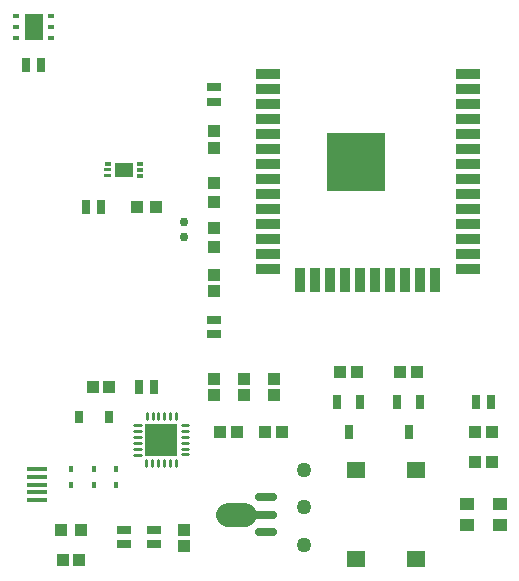
<source format=gtp>
G04 Layer: TopPasteMaskLayer*
G04 EasyEDA v6.3.43, 2020-05-12T15:16:01+02:00*
G04 4d644927dd1f4b27a0df6f52f7f7ce2a,accd6950acb14890b3c9ed90e7fce2f1,10*
G04 Gerber Generator version 0.2*
G04 Scale: 100 percent, Rotated: No, Reflected: No *
G04 Dimensions in inches *
G04 leading zeros omitted , absolute positions ,2 integer and 4 decimal *
%FSLAX24Y24*%
%MOIN*%
G90*
G70D02*

%ADD14C,0.027559*%
%ADD15C,0.078740*%
%ADD16C,0.011024*%
%ADD19C,0.030000*%
%ADD20C,0.050000*%
%ADD21R,0.023600X0.013800*%
%ADD22R,0.023600X0.011800*%
%ADD23R,0.059055X0.047244*%
%ADD24R,0.023620X0.015748*%
%ADD25R,0.059055X0.090551*%
%ADD26R,0.043307X0.039370*%
%ADD27R,0.039370X0.043307*%
%ADD28R,0.059055X0.055118*%
%ADD29R,0.027559X0.049213*%
%ADD30R,0.196850X0.196850*%
%ADD31R,0.078740X0.035430*%
%ADD32R,0.035430X0.078740*%
%ADD33R,0.043000X0.039000*%
%ADD34R,0.047244X0.039370*%
%ADD35R,0.031496X0.039370*%
%ADD36R,0.031496X0.045276*%
%ADD37R,0.015750X0.018900*%
%ADD38R,0.070866X0.017717*%
%ADD39R,0.105512X0.105512*%
%ADD40R,0.045276X0.031496*%

%LPD*%
G54D14*
G01X9478Y1659D02*
G01X9005Y1659D01*
G01X9478Y2840D02*
G01X9005Y2840D01*
G01X9478Y2249D02*
G01X8927Y2249D01*
G54D15*
G01X8553Y2249D02*
G01X7962Y2249D01*
G54D16*
G01X4860Y5234D02*
G01X5064Y5234D01*
G01X4860Y5038D02*
G01X5064Y5038D01*
G01X4860Y4840D02*
G01X5064Y4840D01*
G01X4860Y4644D02*
G01X5064Y4644D01*
G01X4860Y4448D02*
G01X5064Y4448D01*
G01X4860Y4251D02*
G01X5064Y4251D01*
G01X5259Y4064D02*
G01X5259Y3860D01*
G01X5457Y4064D02*
G01X5457Y3860D01*
G01X5653Y4064D02*
G01X5653Y3860D01*
G01X5850Y4064D02*
G01X5850Y3860D01*
G01X6046Y4064D02*
G01X6046Y3860D01*
G01X6244Y4064D02*
G01X6244Y3860D01*
G01X6435Y4255D02*
G01X6639Y4255D01*
G01X6435Y4451D02*
G01X6639Y4451D01*
G01X6435Y4648D02*
G01X6639Y4648D01*
G01X6435Y4844D02*
G01X6639Y4844D01*
G01X6435Y5042D02*
G01X6639Y5042D01*
G01X6435Y5238D02*
G01X6639Y5238D01*
G01X6250Y5639D02*
G01X6250Y5435D01*
G01X6053Y5639D02*
G01X6053Y5435D01*
G01X5855Y5639D02*
G01X5855Y5435D01*
G01X5659Y5639D02*
G01X5659Y5435D01*
G01X5463Y5639D02*
G01X5463Y5435D01*
G01X5265Y5639D02*
G01X5265Y5435D01*
G54D19*
G01X6500Y12000D03*
G01X6500Y11500D03*
G54D20*
G01X10500Y3750D03*
G01X10500Y2500D03*
G01X10500Y1250D03*
G54D21*
G01X3968Y13951D03*
G36*
G01X3850Y13805D02*
G01X4086Y13805D01*
G01X4086Y13687D01*
G01X3850Y13687D01*
G01X3850Y13805D01*
G37*
G36*
G01X3850Y13608D02*
G01X4086Y13608D01*
G01X4086Y13490D01*
G01X3850Y13490D01*
G01X3850Y13608D01*
G37*
G54D22*
G01X5031Y13943D03*
G01X5031Y13746D03*
G01X5031Y13549D03*
G54D23*
G01X4499Y13750D03*
G54D24*
G01X908Y18873D03*
G01X909Y18500D03*
G01X909Y18126D03*
G01X2091Y18126D03*
G54D25*
G01X1500Y18501D03*
G54D24*
G01X2090Y18873D03*
G01X2091Y18500D03*
G54D26*
G01X7499Y11184D03*
G01X7499Y11814D03*
G01X7499Y13315D03*
G01X7499Y12685D03*
G54D27*
G01X4934Y12499D03*
G01X5564Y12499D03*
G54D28*
G01X12250Y3726D03*
G01X12250Y773D03*
G01X14250Y3726D03*
G01X14250Y773D03*
G54D29*
G01X12000Y5007D03*
G01X11626Y5992D03*
G01X12373Y5992D03*
G01X14000Y5007D03*
G01X13626Y5992D03*
G01X14373Y5992D03*
G54D30*
G01X12250Y14000D03*
G54D31*
G01X9297Y16952D03*
G01X9297Y16452D03*
G01X9297Y15952D03*
G01X9297Y15452D03*
G01X9297Y14952D03*
G01X9297Y14452D03*
G01X9297Y13952D03*
G01X9297Y13452D03*
G01X9297Y12952D03*
G01X9297Y12452D03*
G01X9297Y11952D03*
G01X9297Y11452D03*
G01X9297Y10952D03*
G01X9297Y10452D03*
G54D32*
G01X10393Y10059D03*
G01X10893Y10059D03*
G01X11393Y10059D03*
G01X11893Y10059D03*
G01X12393Y10059D03*
G01X12893Y10059D03*
G01X13393Y10059D03*
G01X13893Y10059D03*
G01X14393Y10059D03*
G01X14893Y10059D03*
G54D31*
G01X15990Y10452D03*
G01X15990Y10952D03*
G01X15990Y11452D03*
G01X15990Y11952D03*
G01X15990Y12452D03*
G01X15990Y12952D03*
G01X15990Y13452D03*
G01X15990Y13952D03*
G01X15990Y14452D03*
G01X15990Y14952D03*
G01X15990Y15452D03*
G01X15990Y15952D03*
G01X15990Y16452D03*
G01X15990Y16952D03*
G54D33*
G01X3084Y1750D03*
G01X2415Y1750D03*
G54D34*
G01X15948Y2604D03*
G01X17051Y2604D03*
G01X17051Y1895D03*
G01X15948Y1895D03*
G54D27*
G01X9775Y5000D03*
G01X9224Y5000D03*
G01X8275Y5000D03*
G01X7724Y5000D03*
G54D35*
G01X3000Y5500D03*
G01X4000Y5500D03*
G54D27*
G01X11724Y7000D03*
G01X12275Y7000D03*
G54D26*
G01X6500Y1750D03*
G01X6500Y1198D03*
G54D36*
G01X5496Y6500D03*
G01X5003Y6500D03*
G54D37*
G01X4250Y3240D03*
G01X4250Y3759D03*
G01X2750Y3240D03*
G01X2750Y3759D03*
G01X3500Y3240D03*
G01X3500Y3759D03*
G54D38*
G01X1608Y3761D03*
G01X1608Y3505D03*
G01X1608Y3250D03*
G01X1608Y2994D03*
G01X1608Y2738D03*
G54D39*
G01X5750Y4744D03*
G54D27*
G01X3474Y6500D03*
G01X4025Y6500D03*
G01X16775Y4000D03*
G01X16224Y4000D03*
G54D26*
G01X7500Y14474D03*
G01X7500Y15025D03*
G01X8500Y6224D03*
G01X8500Y6775D03*
G01X7500Y10249D03*
G01X7500Y9698D03*
G01X9500Y6224D03*
G01X9500Y6775D03*
G01X7500Y6775D03*
G01X7500Y6224D03*
G54D27*
G01X16775Y5000D03*
G01X16224Y5000D03*
G01X14275Y7000D03*
G01X13724Y7000D03*
G54D36*
G01X3746Y12500D03*
G01X3253Y12500D03*
G54D40*
G01X4500Y1253D03*
G01X4500Y1746D03*
G01X7500Y8253D03*
G01X7500Y8746D03*
G54D36*
G01X1253Y17250D03*
G01X1746Y17250D03*
G54D40*
G01X7500Y16496D03*
G01X7500Y16003D03*
G54D36*
G01X16746Y6000D03*
G01X16253Y6000D03*
G54D40*
G01X5500Y1253D03*
G01X5500Y1746D03*
G54D27*
G01X3025Y750D03*
G01X2474Y750D03*
M00*
M02*

</source>
